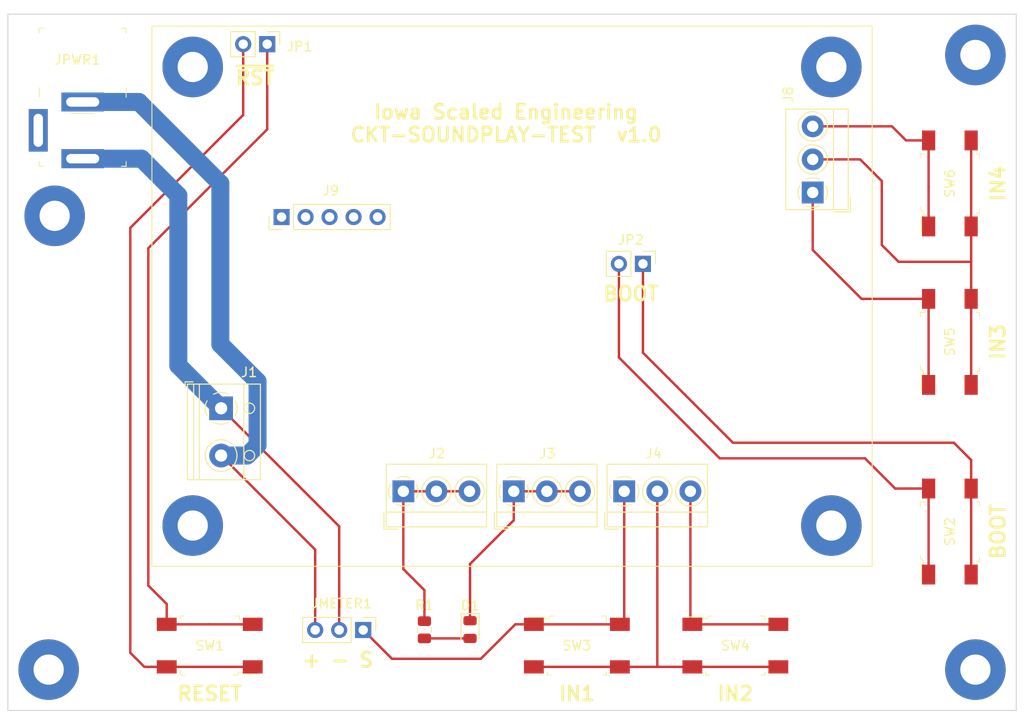
<source format=kicad_pcb>
(kicad_pcb (version 20211014) (generator pcbnew)
  (layers (0 "F.Cu" signal) (31 "B.Cu" signal) (34 "B.Paste" user) (35 "F.Paste" user) (36 "B.SilkS" user "B.Silkscreen") (37 "F.SilkS" user "F.Silkscreen") (38 "B.Mask" user) (39 "F.Mask" user) (44 "Edge.Cuts" user))
  (net 0 "")
  (net 1 "/VPWR")
  (net 2 "GND")
  (net 3 "Net-(D1-Pad1)")
  (net 4 "Net-(D1-Pad2)")
  (net 5 "Net-(J2-Pad1)")
  (net 7 "Net-(J4-Pad2)")
  (net 8 "Net-(J8-Pad2)")
  (net 9 "Net-(JP1-Pad1)")
  (net 10 "Net-(JP1-Pad2)")
  (net 11 "Net-(JP2-Pad1)")
  (net 12 "Net-(JP2-Pad2)")
  (net 14 "Net-(J4-Pad3)")
  (net 15 "/AUX1")
  (net 16 "/AUX2")
  (net 21 "/AUX3")
  (net 22 "/AUX4")
  (net 23 "/AUX5")
  (net 24 "Net-(J8-Pad1)")
  (net 25 "Net-(J8-Pad3)")
  (net 29 "Net-(J4-Pad1)")
  (footprint "TerminalBlock_RND:TerminalBlock_RND_205-00012_1x02_P5.00mm_Horizontal" (layer "F.Cu") (at 108.92 84.876 -90)
    (fp_text reference "J1" (at -3.81 -2.967) (layer "F.SilkS"))
    (fp_text value "Screw_Terminal_01x02")
    (fp_line (start 6.275 -1.069) (end 6.181 -0.976) (layer "F.SilkS") (width 0.12))
    (fp_line (start -2.56 -2.4) (end 7.56 -2.4) (layer "F.SilkS") (width 0.12))
    (fp_line (start 3.99 1.216) (end 3.931 1.274) (layer "F.SilkS") (width 0.12))
    (fp_line (start -2.56 -4.16) (end -2.56 3.561) (layer "F.SilkS") (width 0.12))
    (fp_line (start 7.56 -4.16) (end 7.56 3.561) (layer "F.SilkS") (width 0.12))
    (fp_line (start -2.56 2.9) (end 7.56 2.9) (layer "F.SilkS") (width 0.12))
    (fp_line (start -2.8 2.96) (end -2.8 3.8) (layer "F.SilkS") (width 0.12))
    (fp_line (start 3.82 0.976) (end 3.726 1.069) (layer "F.SilkS") (width 0.12))
    (fp_line (start -2.56 3.561) (end 7.56 3.561) (layer "F.SilkS") (width 0.12))
    (fp_line (start -2.56 -4.16) (end 7.56 -4.16) (layer "F.SilkS") (width 0.12))
    (fp_line (start -2.56 2.3) (end 7.56 2.3) (layer "F.SilkS") (width 0.12))
    (fp_line (start 6.07 -1.275) (end 6.011 -1.216) (layer "F.SilkS") (width 0.12))
    (fp_line (start -2.8 3.8) (end -2.2 3.8) (layer "F.SilkS") (width 0.12))
    (fp_arc (start -0.789089 -1.483953) (mid -0.00005 -1.680708) (end 0.789 -1.484) (layer "F.SilkS") (width 0.12))
    (fp_arc (start -1.483953 0.789089) (mid -1.680708 0.00005) (end -1.484 -0.789) (layer "F.SilkS") (width 0.12))
    (fp_arc (start 1.483953 -0.789089) (mid 1.680708 -0.00005) (end 1.484 0.789) (layer "F.SilkS") (width 0.12))
    (fp_arc (start 0.029383 1.68045) (mid -0.392304 1.634281) (end -0.789 1.484) (layer "F.SilkS") (width 0.12))
    (fp_arc (start 0.788712 1.483352) (mid 0.406429 1.630097) (end 0 1.68) (layer "F.SilkS") (width 0.12))
    (fp_circle (center 5 0) (end 6.68 0) (layer "F.SilkS") (width 0.12) (fill none))
    (fp_circle (center 5 -3) (end 5.55 -3) (layer "F.SilkS") (width 0.12) (fill none))
    (fp_circle (center 0 -3) (end 0.55 -3) (layer "F.SilkS") (width 0.12) (fill none))
    (pad "1" thru_hole rect (at 0 0 270) (size 2.5 2.5) (drill 1.3) (layers *.Cu *.Mask) (net 1 "/VPWR"))
    (pad "2" thru_hole circle (at 5 0 270) (size 2.5 2.5) (drill 1.3) (layers *.Cu *.Mask) (net 2 "GND"))
  )
  (footprint "digikey-footprints:Switch_Tactile_SMD_6x6mm" (layer "F.Cu") (at 186.019 97.917 90)
    (fp_text reference "SW2" (at 0 0 90) (layer "F.SilkS"))
    (fp_text value "FSM4JSMATR")
    (fp_line (start -2.725 3.125) (end -3.125 3.125) (layer "F.SilkS") (width 0.1))
    (fp_line (start -2.775 -3.125) (end -2.475 -3.125) (layer "F.SilkS") (width 0.1))
    (fp_line (start -3.425 -2.8) (end -3.425 -3.025) (layer "F.SilkS") (width 0.1))
    (fp_line (start -3.425 -3.025) (end -5.075 -3.025) (layer "F.SilkS") (width 0.1))
    (fp_line (start 3.125 2.75) (end 3.125 3.125) (layer "F.SilkS") (width 0.1))
    (fp_line (start -2.775 -3.125) (end -3.125 -2.8) (layer "F.SilkS") (width 0.1))
    (fp_line (start 3.125 -3.125) (end 2.625 -3.125) (layer "F.SilkS") (width 0.1))
    (fp_line (start 3.125 -2.575) (end 3.125 -3.125) (layer "F.SilkS") (width 0.1))
    (fp_line (start -3.125 -2.8) (end -3.425 -2.8) (layer "F.SilkS") (width 0.1))
    (fp_line (start 3.125 3.125) (end 2.75 3.125) (layer "F.SilkS") (width 0.1))
    (fp_line (start -3.125 3.125) (end -3.125 2.725) (layer "F.SilkS") (width 0.1))
    (pad "1" smd rect locked (at -4.55 -2.25) (size 1.4 2.1) (layers "F.Cu" "F.Paste" "F.Mask") (net 12 "Net-(JP2-Pad2)"))
    (pad "2" smd rect locked (at 4.55 -2.25) (size 1.4 2.1) (layers "F.Cu" "F.Paste" "F.Mask") (net 12 "Net-(JP2-Pad2)"))
    (pad "3" smd rect locked (at -4.55 2.25) (size 1.4 2.1) (layers "F.Cu" "F.Paste" "F.Mask") (net 11 "Net-(JP2-Pad1)"))
    (pad "4" smd rect locked (at 4.55 2.25) (size 1.4 2.1) (layers "F.Cu" "F.Paste" "F.Mask") (net 11 "Net-(JP2-Pad1)"))
  )
  (footprint "digikey-footprints:Switch_Tactile_SMD_6x6mm" (layer "F.Cu") (at 146.558 109.982)
    (fp_text reference "SW3" (at 0 0) (layer "F.SilkS"))
    (fp_text value "FSM4JSMATR")
    (fp_line (start 3.125 2.75) (end 3.125 3.125) (layer "F.SilkS") (width 0.1))
    (fp_line (start -3.425 -2.8) (end -3.425 -3.025) (layer "F.SilkS") (width 0.1))
    (fp_line (start -3.425 -3.025) (end -5.075 -3.025) (layer "F.SilkS") (width 0.1))
    (fp_line (start -2.775 -3.125) (end -2.475 -3.125) (layer "F.SilkS") (width 0.1))
    (fp_line (start 3.125 -2.575) (end 3.125 -3.125) (layer "F.SilkS") (width 0.1))
    (fp_line (start -3.125 3.125) (end -3.125 2.725) (layer "F.SilkS") (width 0.1))
    (fp_line (start -2.725 3.125) (end -3.125 3.125) (layer "F.SilkS") (width 0.1))
    (fp_line (start -2.775 -3.125) (end -3.125 -2.8) (layer "F.SilkS") (width 0.1))
    (fp_line (start 3.125 3.125) (end 2.75 3.125) (layer "F.SilkS") (width 0.1))
    (fp_line (start -3.125 -2.8) (end -3.425 -2.8) (layer "F.SilkS") (width 0.1))
    (fp_line (start 3.125 -3.125) (end 2.625 -3.125) (layer "F.SilkS") (width 0.1))
    (pad "1" smd rect locked (at -4.55 -2.25 270) (size 1.4 2.1) (layers "F.Cu" "F.Paste" "F.Mask") (net 29 "Net-(J4-Pad1)"))
    (pad "2" smd rect locked (at 4.55 -2.25 270) (size 1.4 2.1) (layers "F.Cu" "F.Paste" "F.Mask") (net 29 "Net-(J4-Pad1)"))
    (pad "3" smd rect locked (at -4.55 2.25 270) (size 1.4 2.1) (layers "F.Cu" "F.Paste" "F.Mask") (net 7 "Net-(J4-Pad2)"))
    (pad "4" smd rect locked (at 4.55 2.25 270) (size 1.4 2.1) (layers "F.Cu" "F.Paste" "F.Mask") (net 7 "Net-(J4-Pad2)"))
  )
  (footprint "TerminalBlock_MetzConnect:TerminalBlock_MetzConnect_Type059_RT06303HBWC_1x03_P3.50mm_Horizontal" (layer "F.Cu") (at 128.199 93.657)
    (fp_text reference "J2" (at 3.556 -3.995) (layer "F.SilkS"))
    (fp_text value "Screw_Terminal_01x02")
    (fp_line (start -1.81 2.2) (end 8.81 2.2) (layer "F.SilkS") (width 0.12))
    (fp_line (start 8.81 -2.86) (end 8.81 3.76) (layer "F.SilkS") (width 0.12))
    (fp_line (start 7.99 -1.18) (end 7.936 -1.126) (layer "F.SilkS") (width 0.12))
    (fp_line (start -1.81 -2.86) (end 8.81 -2.86) (layer "F.SilkS") (width 0.12))
    (fp_line (start -2.05 2.26) (end -2.05 4) (layer "F.SilkS") (width 0.12))
    (fp_line (start 6.065 1.125) (end 6.011 1.18) (layer "F.SilkS") (width 0.12))
    (fp_line (start -1.81 3.76) (end 8.81 3.76) (layer "F.SilkS") (width 0.12))
    (fp_line (start 5.897 0.914) (end 5.821 0.99) (layer "F.SilkS") (width 0.12))
    (fp_line (start 2.397 0.914) (end 2.321 0.99) (layer "F.SilkS") (width 0.12))
    (fp_line (start 8.18 -0.99) (end 8.104 -0.914) (layer "F.SilkS") (width 0.12))
    (fp_line (start 2.565 1.125) (end 2.511 1.18) (layer "F.SilkS") (width 0.12))
    (fp_line (start 4.49 -1.18) (end 4.436 -1.126) (layer "F.SilkS") (width 0.12))
    (fp_line (start -2.05 4) (end -0.55 4) (layer "F.SilkS") (width 0.12))
    (fp_line (start -1.81 -2.86) (end -1.81 3.76) (layer "F.SilkS") (width 0.12))
    (fp_line (start 4.68 -0.99) (end 4.604 -0.914) (layer "F.SilkS") (width 0.12))
    (fp_arc (start 1.386645 -0.705733) (mid 1.555906 0.000711) (end 1.386 0.707) (layer "F.SilkS") (width 0.12))
    (fp_arc (start 0.026444 1.555682) (mid -0.350695 1.515869) (end -0.707 1.386) (layer "F.SilkS") (width 0.12))
    (fp_arc (start 0.705955 1.385515) (mid 0.363007 1.512035) (end 0 1.555) (layer "F.SilkS") (width 0.12))
    (fp_arc (start -0.705733 -1.386645) (mid 0.000711 -1.555906) (end 0.707 -1.386) (layer "F.SilkS") (width 0.12))
    (fp_arc (start -1.386645 0.705733) (mid -1.555906 -0.000711) (end -1.386 -0.707) (layer "F.SilkS") (width 0.12))
    (fp_circle (center 3.5 0) (end 5.055 0) (layer "F.SilkS") (width 0.12) (fill none))
    (fp_circle (center 7 0) (end 8.555 0) (layer "F.SilkS") (width 0.12) (fill none))
    (pad "1" thru_hole rect (at 0 0) (size 2.3 2.3) (drill 1.2) (layers *.Cu *.Mask) (net 5 "Net-(J2-Pad1)"))
    (pad "2" thru_hole circle (at 3.5 0) (size 2.3 2.3) (drill 1.2) (layers *.Cu *.Mask) (net 5 "Net-(J2-Pad1)"))
    (pad "3" thru_hole circle (at 7 0) (size 2.3 2.3) (drill 1.2) (layers *.Cu *.Mask) (net 5 "Net-(J2-Pad1)"))
  )
  (footprint "digikey-footprints:Switch_Tactile_SMD_6x6mm" (layer "F.Cu") (at 163.322 109.982)
    (fp_text reference "SW4" (at 0 0) (layer "F.SilkS"))
    (fp_text value "FSM4JSMATR")
    (fp_line (start -3.425 -3.025) (end -5.075 -3.025) (layer "F.SilkS") (width 0.1))
    (fp_line (start 3.125 2.75) (end 3.125 3.125) (layer "F.SilkS") (width 0.1))
    (fp_line (start -2.725 3.125) (end -3.125 3.125) (layer "F.SilkS") (width 0.1))
    (fp_line (start -3.125 3.125) (end -3.125 2.725) (layer "F.SilkS") (width 0.1))
    (fp_line (start 3.125 -3.125) (end 2.625 -3.125) (layer "F.SilkS") (width 0.1))
    (fp_line (start -3.425 -2.8) (end -3.425 -3.025) (layer "F.SilkS") (width 0.1))
    (fp_line (start 3.125 3.125) (end 2.75 3.125) (layer "F.SilkS") (width 0.1))
    (fp_line (start -3.125 -2.8) (end -3.425 -2.8) (layer "F.SilkS") (width 0.1))
    (fp_line (start 3.125 -2.575) (end 3.125 -3.125) (layer "F.SilkS") (width 0.1))
    (fp_line (start -2.775 -3.125) (end -2.475 -3.125) (layer "F.SilkS") (width 0.1))
    (fp_line (start -2.775 -3.125) (end -3.125 -2.8) (layer "F.SilkS") (width 0.1))
    (pad "1" smd rect locked (at -4.55 -2.25 270) (size 1.4 2.1) (layers "F.Cu" "F.Paste" "F.Mask") (net 14 "Net-(J4-Pad3)"))
    (pad "2" smd rect locked (at 4.55 -2.25 270) (size 1.4 2.1) (layers "F.Cu" "F.Paste" "F.Mask") (net 14 "Net-(J4-Pad3)"))
    (pad "3" smd rect locked (at -4.55 2.25 270) (size 1.4 2.1) (layers "F.Cu" "F.Paste" "F.Mask") (net 7 "Net-(J4-Pad2)"))
    (pad "4" smd rect locked (at 4.55 2.25 270) (size 1.4 2.1) (layers "F.Cu" "F.Paste" "F.Mask") (net 7 "Net-(J4-Pad2)"))
  )
  (footprint "LED_SMD:LED_0805_2012Metric" (layer "F.Cu") (at 135.25575 108.284 -90)
    (fp_text reference "D1" (at -2.54 0 180) (layer "F.SilkS"))
    (fp_text value "GREEN LED")
    (fp_line (start -1.685 0.96) (end 1 0.96) (layer "F.SilkS") (width 0.12))
    (fp_line (start 1 -0.96) (end -1.685 -0.96) (layer "F.SilkS") (width 0.12))
    (fp_line (start -1.685 -0.96) (end -1.685 0.96) (layer "F.SilkS") (width 0.12))
    (pad "1" smd roundrect (at -0.9375 0 270) (size 0.975 1.4) (layers "F.Cu" "F.Paste" "F.Mask") (net 3 "Net-(D1-Pad1)"))
    (pad "2" smd roundrect (at 0.9375 0 270) (size 0.975 1.4) (layers "F.Cu" "F.Paste" "F.Mask") (net 4 "Net-(D1-Pad2)"))
  )
  (footprint "MountingHole:MountingHole_3.2mm_M3_Pad" (layer "F.Cu") (at 173.482 97.282)
    (fp_text reference "H2" hide)
    (fp_text value "MountingHole")
    (pad "1" thru_hole circle (at 0 0) (size 6.4 6.4) (drill 3.2) (layers *.Cu *.Mask))
  )
  (footprint "MountingHole:MountingHole_3.2mm_M3_Pad" (layer "F.Cu") (at 90.678 112.522)
    (fp_text reference "H10" hide)
    (fp_text value "MountingHole")
    (pad "1" thru_hole circle (at 0 0) (size 6.4 6.4) (drill 3.2) (layers *.Cu *.Mask))
  )
  (footprint "MountingHole:MountingHole_3.2mm_M3_Pad" (layer "F.Cu") (at 173.482 48.768)
    (fp_text reference "H3" hide)
    (fp_text value "MountingHole")
    (pad "1" thru_hole circle (at 0 0) (size 6.4 6.4) (drill 3.2) (layers *.Cu *.Mask))
  )
  (footprint "Connector_PinHeader_2.54mm:PinHeader_1x03_P2.54mm_Vertical" (layer "F.Cu") (at 123.952 108.331 -90)
    (fp_text reference "JMETER1" (at -2.794 2.286 180) (layer "F.SilkS"))
    (fp_text value "Conn_01x03")
    (fp_line (start -1.33 0) (end -1.33 -1.33) (layer "F.SilkS") (width 0.12))
    (fp_line (start 1.33 1.27) (end 1.33 6.41) (layer "F.SilkS") (width 0.12))
    (fp_line (start -1.33 6.41) (end 1.33 6.41) (layer "F.SilkS") (width 0.12))
    (fp_line (start -1.33 -1.33) (end 0 -1.33) (layer "F.SilkS") (width 0.12))
    (fp_line (start -1.33 1.27) (end 1.33 1.27) (layer "F.SilkS") (width 0.12))
    (fp_line (start -1.33 1.27) (end -1.33 6.41) (layer "F.SilkS") (width 0.12))
    (pad "1" thru_hole rect (at 0 0 270) (size 1.7 1.7) (drill 1) (layers *.Cu *.Mask) (net 29 "Net-(J4-Pad1)"))
    (pad "2" thru_hole oval (at 0 2.54 270) (size 1.7 1.7) (drill 1) (layers *.Cu *.Mask) (net 1 "/VPWR"))
    (pad "3" thru_hole oval (at 0 5.08 270) (size 1.7 1.7) (drill 1) (layers *.Cu *.Mask) (net 2 "GND"))
  )
  (footprint "TerminalBlock_MetzConnect:TerminalBlock_MetzConnect_Type059_RT06303HBWC_1x03_P3.50mm_Horizontal" (layer "F.Cu") (at 139.883 93.657)
    (fp_text reference "J3" (at 3.556 -3.995) (layer "F.SilkS"))
    (fp_text value "Screw_Terminal_01x02")
    (fp_line (start -1.81 2.2) (end 8.81 2.2) (layer "F.SilkS") (width 0.12))
    (fp_line (start 8.18 -0.99) (end 8.104 -0.914) (layer "F.SilkS") (width 0.12))
    (fp_line (start -1.81 -2.86) (end 8.81 -2.86) (layer "F.SilkS") (width 0.12))
    (fp_line (start 8.81 -2.86) (end 8.81 3.76) (layer "F.SilkS") (width 0.12))
    (fp_line (start -1.81 -2.86) (end -1.81 3.76) (layer "F.SilkS") (width 0.12))
    (fp_line (start -1.81 3.76) (end 8.81 3.76) (layer "F.SilkS") (width 0.12))
    (fp_line (start 2.565 1.125) (end 2.511 1.18) (layer "F.SilkS") (width 0.12))
    (fp_line (start 5.897 0.914) (end 5.821 0.99) (layer "F.SilkS") (width 0.12))
    (fp_line (start -2.05 4) (end -0.55 4) (layer "F.SilkS") (width 0.12))
    (fp_line (start 4.49 -1.18) (end 4.436 -1.126) (layer "F.SilkS") (width 0.12))
    (fp_line (start 7.99 -1.18) (end 7.936 -1.126) (layer "F.SilkS") (width 0.12))
    (fp_line (start 6.065 1.125) (end 6.011 1.18) (layer "F.SilkS") (width 0.12))
    (fp_line (start 2.397 0.914) (end 2.321 0.99) (layer "F.SilkS") (width 0.12))
    (fp_line (start 4.68 -0.99) (end 4.604 -0.914) (layer "F.SilkS") (width 0.12))
    (fp_line (start -2.05 2.26) (end -2.05 4) (layer "F.SilkS") (width 0.12))
    (fp_arc (start -1.386645 0.705733) (mid -1.555906 -0.000711) (end -1.386 -0.707) (layer "F.SilkS") (width 0.12))
    (fp_arc (start 0.026444 1.555682) (mid -0.350695 1.515869) (end -0.707 1.386) (layer "F.SilkS") (width 0.12))
    (fp_arc (start 0.705955 1.385515) (mid 0.363007 1.512035) (end 0 1.555) (layer "F.SilkS") (width 0.12))
    (fp_arc (start -0.705733 -1.386645) (mid 0.000711 -1.555906) (end 0.707 -1.386) (layer "F.SilkS") (width 0.12))
    (fp_arc (start 1.386645 -0.705733) (mid 1.555906 0.000711) (end 1.386 0.707) (layer "F.SilkS") (width 0.12))
    (fp_circle (center 7 0) (end 8.555 0) (layer "F.SilkS") (width 0.12) (fill none))
    (fp_circle (center 3.5 0) (end 5.055 0) (layer "F.SilkS") (width 0.12) (fill none))
    (pad "1" thru_hole rect (at 0 0) (size 2.3 2.3) (drill 1.2) (layers *.Cu *.Mask) (net 3 "Net-(D1-Pad1)"))
    (pad "2" thru_hole circle (at 3.5 0) (size 2.3 2.3) (drill 1.2) (layers *.Cu *.Mask) (net 3 "Net-(D1-Pad1)"))
    (pad "3" thru_hole circle (at 7 0) (size 2.3 2.3) (drill 1.2) (layers *.Cu *.Mask) (net 3 "Net-(D1-Pad1)"))
  )
  (footprint "TerminalBlock_MetzConnect:TerminalBlock_MetzConnect_Type059_RT06303HBWC_1x03_P3.50mm_Horizontal" (layer "F.Cu") (at 171.508 62.047 90)
    (fp_text reference "J8" (at 10.358 -2.598 90) (layer "F.SilkS"))
    (fp_text value "Screw_Terminal_01x02")
    (fp_line (start 6.065 1.125) (end 6.011 1.18) (layer "F.SilkS") (width 0.12))
    (fp_line (start 8.81 -2.86) (end 8.81 3.76) (layer "F.SilkS") (width 0.12))
    (fp_line (start 2.397 0.914) (end 2.321 0.99) (layer "F.SilkS") (width 0.12))
    (fp_line (start -2.05 2.26) (end -2.05 4) (layer "F.SilkS") (width 0.12))
    (fp_line (start -1.81 -2.86) (end -1.81 3.76) (layer "F.SilkS") (width 0.12))
    (fp_line (start 7.99 -1.18) (end 7.936 -1.126) (layer "F.SilkS") (width 0.12))
    (fp_line (start 2.565 1.125) (end 2.511 1.18) (layer "F.SilkS") (width 0.12))
    (fp_line (start -2.05 4) (end -0.55 4) (layer "F.SilkS") (width 0.12))
    (fp_line (start 8.18 -0.99) (end 8.104 -0.914) (layer "F.SilkS") (width 0.12))
    (fp_line (start 5.897 0.914) (end 5.821 0.99) (layer "F.SilkS") (width 0.12))
    (fp_line (start -1.81 2.2) (end 8.81 2.2) (layer "F.SilkS") (width 0.12))
    (fp_line (start -1.81 3.76) (end 8.81 3.76) (layer "F.SilkS") (width 0.12))
    (fp_line (start 4.49 -1.18) (end 4.436 -1.126) (layer "F.SilkS") (width 0.12))
    (fp_line (start -1.81 -2.86) (end 8.81 -2.86) (layer "F.SilkS") (width 0.12))
    (fp_line (start 4.68 -0.99) (end 4.604 -0.914) (layer "F.SilkS") (width 0.12))
    (fp_arc (start 0.026444 1.555682) (mid -0.350695 1.515869) (end -0.707 1.386) (layer "F.SilkS") (width 0.12))
    (fp_arc (start 1.386645 -0.705733) (mid 1.555906 0.000711) (end 1.386 0.707) (layer "F.SilkS") (width 0.12))
    (fp_arc (start 0.705955 1.385515) (mid 0.363007 1.512035) (end 0 1.555) (layer "F.SilkS") (width 0.12))
    (fp_arc (start -0.705733 -1.386645) (mid 0.000711 -1.555906) (end 0.707 -1.386) (layer "F.SilkS") (width 0.12))
    (fp_arc (start -1.386645 0.705733) (mid -1.555906 -0.000711) (end -1.386 -0.707) (layer "F.SilkS") (width 0.12))
    (fp_circle (center 7 0) (end 8.555 0) (layer "F.SilkS") (width 0.12) (fill none))
    (fp_circle (center 3.5 0) (end 5.055 0) (layer "F.SilkS") (width 0.12) (fill none))
    (pad "1" thru_hole rect (at 0 0 90) (size 2.3 2.3) (drill 1.2) (layers *.Cu *.Mask) (net 24 "Net-(J8-Pad1)"))
    (pad "2" thru_hole circle (at 3.5 0 90) (size 2.3 2.3) (drill 1.2) (layers *.Cu *.Mask) (net 8 "Net-(J8-Pad2)"))
    (pad "3" thru_hole circle (at 7 0 90) (size 2.3 2.3) (drill 1.2) (layers *.Cu *.Mask) (net 25 "Net-(J8-Pad3)"))
  )
  (footprint "MountingHole:MountingHole_3.2mm_M3_Pad" (layer "F.Cu") (at 188.722 112.522)
    (fp_text reference "H11" hide)
    (fp_text value "MountingHole")
    (pad "1" thru_hole circle (at 0 0) (size 6.4 6.4) (drill 3.2) (layers *.Cu *.Mask))
  )
  (footprint "digikey-footprints:Switch_Tactile_SMD_6x6mm" (layer "F.Cu") (at 186.019 77.851 90)
    (fp_text reference "SW5" (at 0 0 90) (layer "F.SilkS"))
    (fp_text value "FSM4JSMATR")
    (fp_line (start 3.125 3.125) (end 2.75 3.125) (layer "F.SilkS") (width 0.1))
    (fp_line (start 3.125 -2.575) (end 3.125 -3.125) (layer "F.SilkS") (width 0.1))
    (fp_line (start -3.125 3.125) (end -3.125 2.725) (layer "F.SilkS") (width 0.1))
    (fp_line (start 3.125 2.75) (end 3.125 3.125) (layer "F.SilkS") (width 0.1))
    (fp_line (start -3.425 -2.8) (end -3.425 -3.025) (layer "F.SilkS") (width 0.1))
    (fp_line (start -3.125 -2.8) (end -3.425 -2.8) (layer "F.SilkS") (width 0.1))
    (fp_line (start -2.775 -3.125) (end -3.125 -2.8) (layer "F.SilkS") (width 0.1))
    (fp_line (start -2.775 -3.125) (end -2.475 -3.125) (layer "F.SilkS") (width 0.1))
    (fp_line (start -2.725 3.125) (end -3.125 3.125) (layer "F.SilkS") (width 0.1))
    (fp_line (start -3.425 -3.025) (end -5.075 -3.025) (layer "F.SilkS") (width 0.1))
    (fp_line (start 3.125 -3.125) (end 2.625 -3.125) (layer "F.SilkS") (width 0.1))
    (pad "1" smd rect locked (at -4.55 -2.25) (size 1.4 2.1) (layers "F.Cu" "F.Paste" "F.Mask") (net 24 "Net-(J8-Pad1)"))
    (pad "2" smd rect locked (at 4.55 -2.25) (size 1.4 2.1) (layers "F.Cu" "F.Paste" "F.Mask") (net 24 "Net-(J8-Pad1)"))
    (pad "3" smd rect locked (at -4.55 2.25) (size 1.4 2.1) (layers "F.Cu" "F.Paste" "F.Mask") (net 8 "Net-(J8-Pad2)"))
    (pad "4" smd rect locked (at 4.55 2.25) (size 1.4 2.1) (layers "F.Cu" "F.Paste" "F.Mask") (net 8 "Net-(J8-Pad2)"))
  )
  (footprint "Connector_PinHeader_2.54mm:PinHeader_1x02_P2.54mm_Vertical" (layer "F.Cu") (at 113.797 46.355 -90)
    (fp_text reference "JP1" (at 0.254 -3.424 180) (layer "F.SilkS"))
    (fp_text value "Conn_01x02")
    (fp_line (start -1.33 1.27) (end -1.33 3.87) (layer "F.SilkS") (width 0.12))
    (fp_line (start -1.33 3.87) (end 1.33 3.87) (layer "F.SilkS") (width 0.12))
    (fp_line (start -1.33 0) (end -1.33 -1.33) (layer "F.SilkS") (width 0.12))
    (fp_line (start 1.33 1.27) (end 1.33 3.87) (layer "F.SilkS") (width 0.12))
    (fp_line (start -1.33 1.27) (end 1.33 1.27) (layer "F.SilkS") (width 0.12))
    (fp_line (start -1.33 -1.33) (end 0 -1.33) (layer "F.SilkS") (width 0.12))
    (pad "1" thru_hole rect (at 0 0 270) (size 1.7 1.7) (drill 1) (layers *.Cu *.Mask) (net 9 "Net-(JP1-Pad1)"))
    (pad "2" thru_hole oval (at 0 2.54 270) (size 1.7 1.7) (drill 1) (layers *.Cu *.Mask) (net 10 "Net-(JP1-Pad2)"))
  )
  (footprint "Connector_PinHeader_2.54mm:PinHeader_1x02_P2.54mm_Vertical" (layer "F.Cu") (at 153.548 69.596 -90)
    (fp_text reference "JP2" (at -2.54 1.275 180) (layer "F.SilkS"))
    (fp_text value "Conn_01x02")
    (fp_line (start -1.33 1.27) (end -1.33 3.87) (layer "F.SilkS") (width 0.12))
    (fp_line (start -1.33 -1.33) (end 0 -1.33) (layer "F.SilkS") (width 0.12))
    (fp_line (start -1.33 0) (end -1.33 -1.33) (layer "F.SilkS") (width 0.12))
    (fp_line (start -1.33 1.27) (end 1.33 1.27) (layer "F.SilkS") (width 0.12))
    (fp_line (start 1.33 1.27) (end 1.33 3.87) (layer "F.SilkS") (width 0.12))
    (fp_line (start -1.33 3.87) (end 1.33 3.87) (layer "F.SilkS") (width 0.12))
    (pad "1" thru_hole rect (at 0 0 270) (size 1.7 1.7) (drill 1) (layers *.Cu *.Mask) (net 11 "Net-(JP2-Pad1)"))
    (pad "2" thru_hole oval (at 0 2.54 270) (size 1.7 1.7) (drill 1) (layers *.Cu *.Mask) (net 12 "Net-(JP2-Pad2)"))
  )
  (footprint "MountingHole:MountingHole_3.2mm_M3_Pad" (layer "F.Cu") (at 91.313 64.516)
    (fp_text reference "H13" hide)
    (fp_text value "MountingHole")
    (pad "1" thru_hole circle (at 0 0) (size 6.4 6.4) (drill 3.2) (layers *.Cu *.Mask))
  )
  (footprint "Resistor_SMD:R_0805_2012Metric" (layer "F.Cu") (at 130.42975 108.3075 90)
    (fp_text reference "R1" (at 2.606 0 180) (layer "F.SilkS"))
    (fp_text value "10k")
    (fp_line (start -0.227064 0.735) (end 0.227064 0.735) (layer "F.SilkS") (width 0.12))
    (fp_line (start -0.227064 -0.735) (end 0.227064 -0.735) (layer "F.SilkS") (width 0.12))
    (pad "1" smd roundrect (at -0.9125 0 90) (size 1.025 1.4) (layers "F.Cu" "F.Paste" "F.Mask") (roundrect_rratio 0.243902) (net 4 "Net-(D1-Pad2)"))
    (pad "2" smd roundrect (at 0.9125 0 90) (size 1.025 1.4) (layers "F.Cu" "F.Paste" "F.Mask") (roundrect_rratio 0.243902) (net 5 "Net-(J2-Pad1)"))
  )
  (footprint "MountingHole:MountingHole_3.2mm_M3_Pad" (layer "F.Cu") (at 105.918 97.282)
    (fp_text reference "H1" hide)
    (fp_text value "MountingHole")
    (pad "1" thru_hole circle (at 0 0) (size 6.4 6.4) (drill 3.2) (layers *.Cu *.Mask))
  )
  (footprint "MountingHole:MountingHole_3.2mm_M3_Pad" (layer "F.Cu") (at 105.918 48.768)
    (fp_text reference "H4" hide)
    (fp_text value "MountingHole")
    (pad "1" thru_hole circle (at 0 0) (size 6.4 6.4) (drill 3.2) (layers *.Cu *.Mask))
  )
  (footprint "digikey-footprints:Barrel_Jack_5.5mmODx2.1mmID_PJ-202A" (layer "F.Cu") (at 94.276 55.47)
    (fp_text reference "JPWR1" (at -0.55 -7.464) (layer "F.SilkS"))
    (fp_text value "PJ-202A")
    (fp_line (start -4.6 3.8) (end -4.6 3.3) (layer "F.SilkS") (width 0.1))
    (fp_line (start -4.6 3.8) (end -4.1 3.8) (layer "F.SilkS") (width 0.1))
    (fp_line (start 4.6 -10.8) (end 4.6 -10.3) (layer "F.SilkS") (width 0.1))
    (fp_line (start -4.6 -10.8) (end -4.6 -10.3) (layer "F.SilkS") (width 0.1))
    (fp_line (start -4.6 -10.8) (end -4.1 -10.8) (layer "F.SilkS") (width 0.1))
    (fp_line (start 4.6 3.8) (end 4.1 3.8) (layer "F.SilkS") (width 0.1))
    (fp_line (start -4.6 -3.5) (end -4.6 -4.5) (layer "F.SilkS") (width 0.1))
    (fp_line (start 4.6 -10.8) (end 4.1 -10.8) (layer "F.SilkS") (width 0.1))
    (fp_line (start -1.2 -1.8) (end 1.2 -1.8) (layer "F.SilkS") (width 0.1))
    (fp_line (start 4.6 3.8) (end 4.6 3.3) (layer "F.SilkS") (width 0.1))
    (fp_line (start 4.6 -3.5) (end 4.6 -4.5) (layer "F.SilkS") (width 0.1))
    (pad "1" thru_hole rect locked (at 0 3) (size 4.5 2) (drill oval 3.5 1) (layers *.Cu *.Mask) (net 1 "/VPWR"))
    (pad "2" thru_hole rect locked (at 0 -3) (size 4.5 2) (drill oval 3.5 1) (layers *.Cu *.Mask) (net 2 "GND"))
    (pad "3" thru_hole rect locked (at -4.7 0) (size 2 4.5) (drill oval 1 3.5) (layers *.Cu *.Mask))
  )
  (footprint "digikey-footprints:Switch_Tactile_SMD_6x6mm" (layer "F.Cu") (at 186.019 61.087 90)
    (fp_text reference "SW6" (at 0 0 90) (layer "F.SilkS"))
    (fp_text value "FSM4JSMATR")
    (fp_line (start -3.425 -2.8) (end -3.425 -3.025) (layer "F.SilkS") (width 0.1))
    (fp_line (start 3.125 2.75) (end 3.125 3.125) (layer "F.SilkS") (width 0.1))
    (fp_line (start 3.125 -3.125) (end 2.625 -3.125) (layer "F.SilkS") (width 0.1))
    (fp_line (start 3.125 -2.575) (end 3.125 -3.125) (layer "F.SilkS") (width 0.1))
    (fp_line (start -3.125 -2.8) (end -3.425 -2.8) (layer "F.SilkS") (width 0.1))
    (fp_line (start -2.775 -3.125) (end -3.125 -2.8) (layer "F.SilkS") (width 0.1))
    (fp_line (start -3.125 3.125) (end -3.125 2.725) (layer "F.SilkS") (width 0.1))
    (fp_line (start -2.725 3.125) (end -3.125 3.125) (layer "F.SilkS") (width 0.1))
    (fp_line (start -3.425 -3.025) (end -5.075 -3.025) (layer "F.SilkS") (width 0.1))
    (fp_line (start -2.775 -3.125) (end -2.475 -3.125) (layer "F.SilkS") (width 0.1))
    (fp_line (start 3.125 3.125) (end 2.75 3.125) (layer "F.SilkS") (width 0.1))
    (pad "1" smd rect locked (at -4.55 -2.25) (size 1.4 2.1) (layers "F.Cu" "F.Paste" "F.Mask") (net 25 "Net-(J8-Pad3)"))
    (pad "2" smd rect locked (at 4.55 -2.25) (size 1.4 2.1) (layers "F.Cu" "F.Paste" "F.Mask") (net 25 "Net-(J8-Pad3)"))
    (pad "3" smd rect locked (at -4.55 2.25) (size 1.4 2.1) (layers "F.Cu" "F.Paste" "F.Mask") (net 8 "Net-(J8-Pad2)"))
    (pad "4" smd rect locked (at 4.55 2.25) (size 1.4 2.1) (layers "F.Cu" "F.Paste" "F.Mask") (net 8 "Net-(J8-Pad2)"))
  )
  (footprint "MountingHole:MountingHole_3.2mm_M3_Pad" (layer "F.Cu") (at 188.722 47.498)
    (fp_text reference "H12" hide)
    (fp_text value "MountingHole")
    (pad "1" thru_hole circle (at 0 0) (size 6.4 6.4) (drill 3.2) (layers *.Cu *.Mask))
  )
  (footprint "digikey-footprints:Switch_Tactile_SMD_6x6mm" (layer "F.Cu") (at 107.718 109.982 180)
    (fp_text reference "SW1" (at 0 0) (layer "F.SilkS"))
    (fp_text value "FSM4JSMATR")
    (fp_line (start 3.125 2.75) (end 3.125 3.125) (layer "F.SilkS") (width 0.1))
    (fp_line (start 3.125 3.125) (end 2.75 3.125) (layer "F.SilkS") (width 0.1))
    (fp_line (start -3.125 -2.8) (end -3.425 -2.8) (layer "F.SilkS") (width 0.1))
    (fp_line (start -2.775 -3.125) (end -2.475 -3.125) (layer "F.SilkS") (width 0.1))
    (fp_line (start 3.125 -3.125) (end 2.625 -3.125) (layer "F.SilkS") (width 0.1))
    (fp_line (start 3.125 -2.575) (end 3.125 -3.125) (layer "F.SilkS") (width 0.1))
    (fp_line (start -2.725 3.125) (end -3.125 3.125) (layer "F.SilkS") (width 0.1))
    (fp_line (start -3.425 -3.025) (end -5.075 -3.025) (layer "F.SilkS") (width 0.1))
    (fp_line (start -3.425 -2.8) (end -3.425 -3.025) (layer "F.SilkS") (width 0.1))
    (fp_line (start -2.775 -3.125) (end -3.125 -2.8) (layer "F.SilkS") (width 0.1))
    (fp_line (start -3.125 3.125) (end -3.125 2.725) (layer "F.SilkS") (width 0.1))
    (pad "1" smd rect locked (at -4.55 -2.25 90) (size 1.4 2.1) (layers "F.Cu" "F.Paste" "F.Mask") (net 10 "Net-(JP1-Pad2)"))
    (pad "2" smd rect locked (at 4.55 -2.25 90) (size 1.4 2.1) (layers "F.Cu" "F.Paste" "F.Mask") (net 10 "Net-(JP1-Pad2)"))
    (pad "3" smd rect locked (at -4.55 2.25 90) (size 1.4 2.1) (layers "F.Cu" "F.Paste" "F.Mask") (net 9 "Net-(JP1-Pad1)"))
    (pad "4" smd rect locked (at 4.55 2.25 90) (size 1.4 2.1) (layers "F.Cu" "F.Paste" "F.Mask") (net 9 "Net-(JP1-Pad1)"))
  )
  (footprint "TerminalBlock_MetzConnect:TerminalBlock_MetzConnect_Type059_RT06303HBWC_1x03_P3.50mm_Horizontal" (layer "F.Cu") (at 151.567 93.657)
    (fp_text reference "J4" (at 3.119 -3.995) (layer "F.SilkS"))
    (fp_text value "Screw_Terminal_01x02")
    (fp_line (start 4.68 -0.99) (end 4.604 -0.914) (layer "F.SilkS") (width 0.12))
    (fp_line (start -1.81 2.2) (end 8.81 2.2) (layer "F.SilkS") (width 0.12))
    (fp_line (start 8.81 -2.86) (end 8.81 3.76) (layer "F.SilkS") (width 0.12))
    (fp_line (start -1.81 3.76) (end 8.81 3.76) (layer "F.SilkS") (width 0.12))
    (fp_line (start -1.81 -2.86) (end 8.81 -2.86) (layer "F.SilkS") (width 0.12))
    (fp_line (start 7.99 -1.18) (end 7.936 -1.126) (layer "F.SilkS") (width 0.12))
    (fp_line (start 4.49 -1.18) (end 4.436 -1.126) (layer "F.SilkS") (width 0.12))
    (fp_line (start 8.18 -0.99) (end 8.104 -0.914) (layer "F.SilkS") (width 0.12))
    (fp_line (start -1.81 -2.86) (end -1.81 3.76) (layer "F.SilkS") (width 0.12))
    (fp_line (start -2.05 2.26) (end -2.05 4) (layer "F.SilkS") (width 0.12))
    (fp_line (start 2.565 1.125) (end 2.511 1.18) (layer "F.SilkS") (width 0.12))
    (fp_line (start 6.065 1.125) (end 6.011 1.18) (layer "F.SilkS") (width 0.12))
    (fp_line (start -2.05 4) (end -0.55 4) (layer "F.SilkS") (width 0.12))
    (fp_line (start 5.897 0.914) (end 5.821 0.99) (layer "F.SilkS") (width 0.12))
    (fp_line (start 2.397 0.914) (end 2.321 0.99) (layer "F.SilkS") (width 0.12))
    (fp_arc (start -1.386645 0.705733) (mid -1.555906 -0.000711) (end -1.386 -0.707) (layer "F.SilkS") (width 0.12))
    (fp_arc (start 0.705955 1.385515) (mid 0.363007 1.512035) (end 0 1.555) (layer "F.SilkS") (width 0.12))
    (fp_arc (start 1.386645 -0.705733) (mid 1.555906 0.000711) (end 1.386 0.707) (layer "F.SilkS") (width 0.12))
    (fp_arc (start 0.026444 1.555682) (mid -0.350695 1.515869) (end -0.707 1.386) (layer "F.SilkS") (width 0.12))
    (fp_arc (start -0.705733 -1.386645) (mid 0.000711 -1.555906) (end 0.707 -1.386) (layer "F.SilkS") (width 0.12))
    (fp_circle (center 3.5 0) (end 5.055 0) (layer "F.SilkS") (width 0.12) (fill none))
    (fp_circle (center 7 0) (end 8.555 0) (layer "F.SilkS") (width 0.12) (fill none))
    (pad "1" thru_hole rect (at 0 0) (size 2.3 2.3) (drill 1.2) (layers *.Cu *.Mask) (net 29 "Net-(J4-Pad1)"))
    (pad "2" thru_hole circle (at 3.5 0) (size 2.3 2.3) (drill 1.2) (layers *.Cu *.Mask) (net 7 "Net-(J4-Pad2)"))
    (pad "3" thru_hole circle (at 7 0) (size 2.3 2.3) (drill 1.2) (layers *.Cu *.Mask) (net 14 "Net-(J4-Pad3)"))
  )
  (footprint "Connector_PinHeader_2.54mm:PinHeader_1x05_P2.54mm_Vertical" (layer "F.Cu") (at 115.316 64.643 90)
    (fp_text reference "J9" (at 2.794 5.207 180) (layer "F.SilkS"))
    (fp_text value "Conn_01x05")
    (fp_line (start -1.33 1.27) (end 1.33 1.27) (layer "F.SilkS") (width 0.12))
    (fp_line (start 1.33 1.27) (end 1.33 11.49) (layer "F.SilkS") (width 0.12))
    (fp_line (start -1.33 1.27) (end -1.33 11.49) (layer "F.SilkS") (width 0.12))
    (fp_line (start -1.33 0) (end -1.33 -1.33) (layer "F.SilkS") (width 0.12))
    (fp_line (start -1.33 -1.33) (end 0 -1.33) (layer "F.SilkS") (width 0.12))
    (fp_line (start -1.33 11.49) (end 1.33 11.49) (layer "F.SilkS") (width 0.12))
    (pad "1" thru_hole rect (at 0 0 90) (size 1.7 1.7) (drill 1) (layers *.Cu *.Mask) (net 15 "/AUX1"))
    (pad "2" thru_hole oval (at 0 2.54 90) (size 1.7 1.7) (drill 1) (layers *.Cu *.Mask) (net 16 "/AUX2"))
    (pad "3" thru_hole oval (at 0 5.08 90) (size 1.7 1.7) (drill 1) (layers *.Cu *.Mask) (net 21 "/AUX3"))
    (pad "4" thru_hole oval (at 0 7.62 90) (size 1.7 1.7) (drill 1) (layers *.Cu *.Mask) (net 22 "/AUX4"))
    (pad "5" thru_hole oval (at 0 10.16 90) (size 1.7 1.7) (drill 1) (layers *.Cu *.Mask) (net 23 "/AUX5"))
  )
  (gr_rect (start 101.6 44.45) (end 177.8 101.6) (layer "F.SilkS") (width 0.1) (fill none))
  (gr_rect (start 86.36 43.18) (end 193.04 116.84) (layer "Edge.Cuts") (width 0.1) (fill none))
  (gr_text "BOOT" (at 152.273 72.771) (layer "F.SilkS") (effects (font (size 1.5 1.5) (thickness 0.3))))
  (gr_text "IN1" (at 146.558 115.062) (layer "F.SilkS") (effects (font (size 1.5 1.5) (thickness 0.3))))
  (gr_text "IN4" (at 191.099 61.087 90) (layer "F.SilkS") (effects (font (size 1.5 1.5) (thickness 0.3))))
  (gr_text "Iowa Scaled Engineering\nCKT-SOUNDPLAY-TEST  v1.0\n" (at 139.065 54.737) (layer "F.SilkS") (effects (font (size 1.5 1.5) (thickness 0.3))))
  (gr_text "+ - S" (at 121.285 111.506) (layer "F.SilkS") (effects (font (size 1.5 1.5) (thickness 0.3))))
  (gr_text "BOOT" (at 191.099 97.917 90) (layer "F.SilkS") (effects (font (size 1.5 1.5) (thickness 0.3))))
  (gr_text "RESET" (at 107.718 115.062) (layer "F.SilkS") (effects (font (size 1.5 1.5) (thickness 0.3))))
  (gr_text "IN2" (at 163.322 115.062) (layer "F.SilkS") (effects (font (size 1.5 1.5) (thickness 0.3))))
  (gr_text "~{RST}" (at 112.522 49.911) (layer "F.SilkS") (effects (font (size 1.5 1.5) (thickness 0.3))))
  (gr_text "IN3" (at 191.099 77.851 90) (layer "F.SilkS") (effects (font (size 1.5 1.5) (thickness 0.3))))
  (segment (start 121.412 97.368) (end 108.92 84.876) (width 0.254) (layer "F.Cu") (net 1))
  (segment (start 121.412 108.331) (end 121.412 97.368) (width 0.254) (layer "F.Cu") (net 1))
  (segment (start 104.394 80.35) (end 108.92 84.876) (width 1.905) (layer "B.Cu") (net 1))
  (segment (start 100.507 58.47) (end 104.394 62.357) (width 1.905) (layer "B.Cu") (net 1))
  (segment (start 104.394 62.357) (end 104.394 80.35) (width 1.905) (layer "B.Cu") (net 1))
  (segment (start 94.276 58.47) (end 100.507 58.47) (width 1.905) (layer "B.Cu") (net 1))
  (segment (start 118.872 99.828) (end 108.92 89.876) (width 0.254) (layer "F.Cu") (net 2))
  (segment (start 118.872 108.331) (end 118.872 99.828) (width 0.254) (layer "F.Cu") (net 2))
  (segment (start 112.776 88.773) (end 111.673 89.876) (width 1.905) (layer "B.Cu") (net 2))
  (segment (start 111.673 89.876) (end 108.92 89.876) (width 1.905) (layer "B.Cu") (net 2))
  (segment (start 108.839 61.087) (end 108.839 78.105) (width 1.905) (layer "B.Cu") (net 2))
  (segment (start 100.222 52.47) (end 108.839 61.087) (width 1.905) (layer "B.Cu") (net 2))
  (segment (start 94.276 52.47) (end 100.222 52.47) (width 1.905) (layer "B.Cu") (net 2))
  (segment (start 108.839 78.105) (end 112.776 82.042) (width 1.905) (layer "B.Cu") (net 2))
  (segment (start 112.776 82.042) (end 112.776 88.773) (width 1.905) (layer "B.Cu") (net 2))
  (segment (start 139.883 93.657) (end 139.883 96.718) (width 0.254) (layer "F.Cu") (net 3))
  (segment (start 139.883 93.657) (end 146.883 93.657) (width 0.254) (layer "F.Cu") (net 3))
  (segment (start 135.25575 101.34525) (end 135.25575 107.3465) (width 0.254) (layer "F.Cu") (net 3))
  (segment (start 139.883 96.718) (end 135.25575 101.34525) (width 0.254) (layer "F.Cu") (net 3))
  (segment (start 135.25425 109.22) (end 135.25575 109.2215) (width 0.254) (layer "F.Cu") (net 4))
  (segment (start 130.42975 109.22) (end 135.25425 109.22) (width 0.254) (layer "F.Cu") (net 4))
  (segment (start 128.199 93.657) (end 135.199 93.657) (width 0.254) (layer "F.Cu") (net 5))
  (segment (start 130.42975 104.1165) (end 128.199 101.88575) (width 0.254) (layer "F.Cu") (net 5))
  (segment (start 130.42975 104.1165) (end 130.42975 107.395) (width 0.254) (layer "F.Cu") (net 5))
  (segment (start 128.199 101.88575) (end 128.199 93.657) (width 0.254) (layer "F.Cu") (net 5))
  (segment (start 154.976 112.232) (end 167.872 112.232) (width 0.254) (layer "F.Cu") (net 7))
  (segment (start 142.008 112.232) (end 154.976 112.232) (width 0.254) (layer "F.Cu") (net 7))
  (segment (start 155.067 93.657) (end 155.067 112.141) (width 0.254) (layer "F.Cu") (net 7))
  (segment (start 188.269 82.401) (end 188.269 69.378) (width 0.254) (layer "F.Cu") (net 8))
  (segment (start 188.269 69.378) (end 188.269 56.537) (width 0.254) (layer "F.Cu") (net 8))
  (segment (start 178.816 60.833) (end 178.816 67.6) (width 0.254) (layer "F.Cu") (net 8))
  (segment (start 178.816 67.6) (end 180.594 69.378) (width 0.254) (layer "F.Cu") (net 8))
  (segment (start 176.53 58.547) (end 178.816 60.833) (width 0.254) (layer "F.Cu") (net 8))
  (segment (start 180.594 69.378) (end 188.269 69.378) (width 0.254) (layer "F.Cu") (net 8))
  (segment (start 171.508 58.547) (end 176.53 58.547) (width 0.254) (layer "F.Cu") (net 8))
  (segment (start 101.219 103.632) (end 101.219 67.945) (width 0.254) (layer "F.Cu") (net 9))
  (segment (start 112.268 107.732) (end 107.627 107.732) (width 0.254) (layer "F.Cu") (net 9))
  (segment (start 103.168 105.581) (end 103.168 107.732) (width 0.254) (layer "F.Cu") (net 9))
  (segment (start 113.797 55.367) (end 113.797 46.355) (width 0.254) (layer "F.Cu") (net 9))
  (segment (start 101.219 67.945) (end 113.797 55.367) (width 0.254) (layer "F.Cu") (net 9))
  (segment (start 107.627 107.732) (end 103.168 107.732) (width 0.254) (layer "F.Cu") (net 9))
  (segment (start 101.219 103.632) (end 103.168 105.581) (width 0.254) (layer "F.Cu") (net 9))
  (segment (start 112.268 112.232) (end 103.168 112.232) (width 0.254) (layer "F.Cu") (net 10))
  (segment (start 99.314 110.744) (end 100.802 112.232) (width 0.254) (layer "F.Cu") (net 10))
  (segment (start 99.314 65.786) (end 99.314 110.744) (width 0.254) (layer "F.Cu") (net 10))
  (segment (start 111.257 46.355) (end 111.257 53.843) (width 0.254) (layer "F.Cu") (net 10))
  (segment (start 111.257 53.843) (end 99.314 65.786) (width 0.254) (layer "F.Cu") (net 10))
  (segment (start 100.802 112.232) (end 103.168 112.232) (width 0.254) (layer "F.Cu") (net 10))
  (segment (start 153.548 69.596) (end 153.548 78.999) (width 0.254) (layer "F.Cu") (net 11))
  (segment (start 188.269 102.467) (end 188.269 93.367) (width 0.254) (layer "F.Cu") (net 11))
  (segment (start 163.068 88.519) (end 186.436 88.519) (width 0.254) (layer "F.Cu") (net 11))
  (segment (start 153.548 78.999) (end 163.068 88.519) (width 0.254) (layer "F.Cu") (net 11))
  (segment (start 186.436 88.519) (end 188.269 90.352) (width 0.254) (layer "F.Cu") (net 11))
  (segment (start 188.269 90.352) (end 188.269 93.367) (width 0.254) (layer "F.Cu") (net 11))
  (segment (start 180.235 93.367) (end 183.769 93.367) (width 0.254) (layer "F.Cu") (net 12))
  (segment (start 177.038 90.17) (end 180.235 93.367) (width 0.254) (layer "F.Cu") (net 12))
  (segment (start 151.008 79.507) (end 161.671 90.17) (width 0.254) (layer "F.Cu") (net 12))
  (segment (start 183.769 102.467) (end 183.769 93.367) (width 0.254) (layer "F.Cu") (net 12))
  (segment (start 151.008 69.596) (end 151.008 79.507) (width 0.254) (layer "F.Cu") (net 12))
  (segment (start 161.671 90.17) (end 177.038 90.17) (width 0.254) (layer "F.Cu") (net 12))
  (segment (start 167.872 107.732) (end 158.772 107.732) (width 0.254) (layer "F.Cu") (net 14))
  (segment (start 158.567 107.527) (end 158.772 107.732) (width 0.254) (layer "F.Cu") (net 14))
  (segment (start 158.567 93.657) (end 158.567 107.527) (width 0.254) (layer "F.Cu") (net 14))
  (segment (start 176.679 73.301) (end 183.769 73.301) (width 0.254) (layer "F.Cu") (net 24))
  (segment (start 171.508 68.13) (end 176.679 73.301) (width 0.254) (layer "F.Cu") (net 24))
  (segment (start 183.769 82.401) (end 183.769 73.301) (width 0.254) (layer "F.Cu") (net 24))
  (segment (start 171.508 62.047) (end 171.508 68.13) (width 0.254) (layer "F.Cu") (net 24))
  (segment (start 183.769 61.504) (end 183.769 65.637) (width 0.254) (layer "F.Cu") (net 25))
  (segment (start 179.888 55.047) (end 181.378 56.537) (width 0.254) (layer "F.Cu") (net 25))
  (segment (start 171.508 55.047) (end 179.888 55.047) (width 0.254) (layer "F.Cu") (net 25))
  (segment (start 181.378 56.537) (end 183.769 56.537) (width 0.254) (layer "F.Cu") (net 25))
  (segment (start 183.769 56.537) (end 183.769 61.504) (width 0.254) (layer "F.Cu") (net 25))
  (segment (start 127 111.379) (end 123.952 108.331) (width 0.254) (layer "F.Cu") (net 29))
  (segment (start 151.567 107.273) (end 151.108 107.732) (width 0.254) (layer "F.Cu") (net 29))
  (segment (start 140.045 107.732) (end 142.008 107.732) (width 0.254) (layer "F.Cu") (net 29))
  (segment (start 151.567 93.657) (end 151.567 107.273) (width 0.254) (layer "F.Cu") (net 29))
  (segment (start 142.008 107.732) (end 151.108 107.732) (width 0.254) (layer "F.Cu") (net 29))
  (segment (start 136.398 111.379) (end 127 111.379) (width 0.254) (layer "F.Cu") (net 29))
  (segment (start 136.398 111.379) (end 140.045 107.732) (width 0.254) (layer "F.Cu") (net 29))
)
</source>
